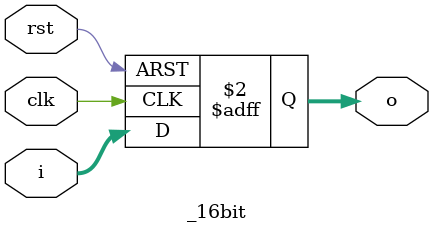
<source format=v>

module _16bit(
  input wire clk, rst,
  input wire [15:0] i,
  output reg [15:0] o
);
  always @(posedge clk or posedge rst) begin
    if (rst)
      o <= 16'b0000_0000_0000_0000;
    else
      o <= i;
  end

endmodule
</source>
